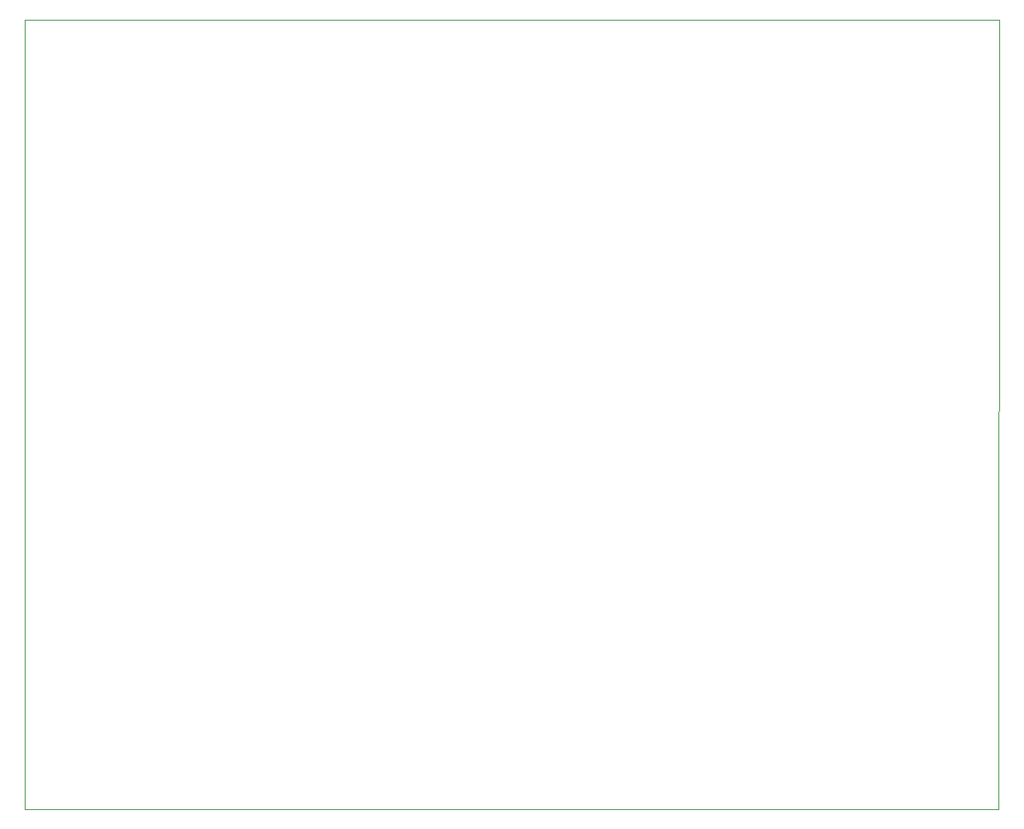
<source format=gbr>
%TF.GenerationSoftware,KiCad,Pcbnew,9.0.0*%
%TF.CreationDate,2025-03-20T14:14:56+01:00*%
%TF.ProjectId,Mainboard_V1,4d61696e-626f-4617-9264-5f56312e6b69,rev?*%
%TF.SameCoordinates,Original*%
%TF.FileFunction,Profile,NP*%
%FSLAX46Y46*%
G04 Gerber Fmt 4.6, Leading zero omitted, Abs format (unit mm)*
G04 Created by KiCad (PCBNEW 9.0.0) date 2025-03-20 14:14:56*
%MOMM*%
%LPD*%
G01*
G04 APERTURE LIST*
%TA.AperFunction,Profile*%
%ADD10C,0.050000*%
%TD*%
G04 APERTURE END LIST*
D10*
X199920000Y-130000000D02*
X200000000Y-49000000D01*
X200000000Y-49000000D02*
X100000000Y-49000000D01*
X100000000Y-49000000D02*
X100000000Y-130000000D01*
X100000000Y-130000000D02*
X199920000Y-130000000D01*
M02*

</source>
